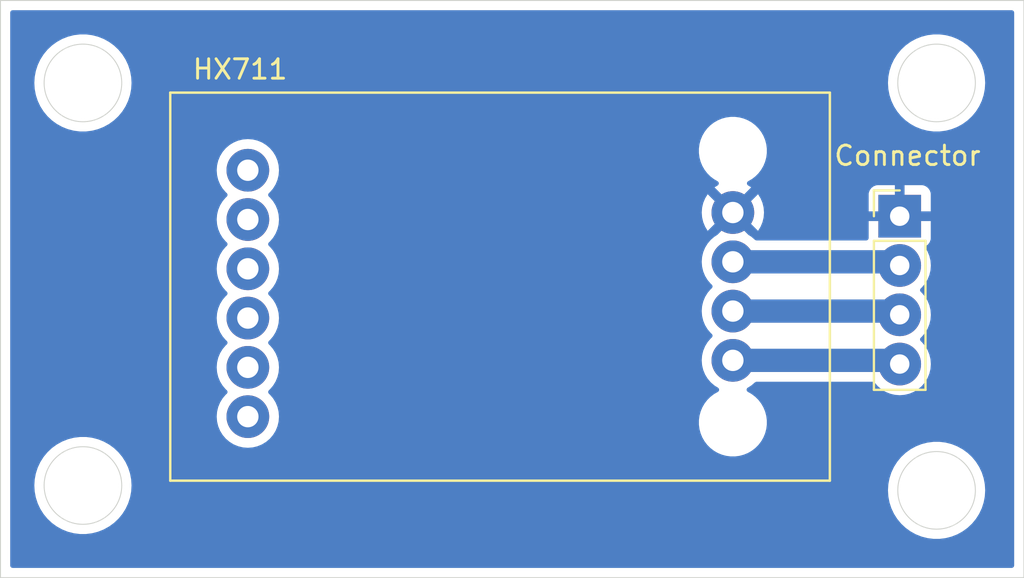
<source format=kicad_pcb>
(kicad_pcb (version 20240108) (generator "pcbnew") (generator_version "8.0")
  (layers (0 "F.Cu" signal) (31 "B.Cu" signal) (34 "B.Paste" user) (35 "F.Paste" user) (36 "B.SilkS" user "B.Silkscreen") (37 "F.SilkS" user "F.Silkscreen") (38 "B.Mask" user) (39 "F.Mask" user) (44 "Edge.Cuts" user))
  (net 0 "")
  (net 1 "+5V_Logic")
  (net 2 "HX711_Dat_Pin")
  (net 3 "GND")
  (net 4 "HX711_Clk_Pin")
  (net 5 "White_Wire_Load_Cell")
  (net 7 "Green_Wire_Load_Cell")
  (net 9 "Black_Wire_Load_Cell")
  (net 10 "Red_Wire_Load_Cell")
  (footprint "HX711_mod:HX711_module" (layer "F.Cu") (at 156.5 74)
    (property "Reference" "HX711" (at -13.4 -11.2 0) (layer "F.SilkS") (effects (font (size 1.000063 1.000063))))
    (property "Value" "HX711")
    (fp_line (start -17 -10) (end 17 -10) (stroke (width 0.127)) (layer "F.SilkS"))
    (fp_line (start -17 10) (end -17 -10) (stroke (width 0.127)) (layer "F.SilkS"))
    (fp_line (start 17 -10) (end 17 10) (stroke (width 0.127)) (layer "F.SilkS"))
    (fp_line (start 17 10) (end -17 10) (stroke (width 0.127)) (layer "F.SilkS"))
    (pad "" np_thru_hole circle (at 12 -7) (size 3 3) (drill 3) (layers "*.Cu" "*.Mask" "In1.Cu" "In2.Cu" "In3.Cu" "In4.Cu" "In5.Cu" "In6.Cu" "In7.Cu" "In8.Cu" "In9.Cu" "In10.Cu" "In11.Cu" "In12.Cu" "In13.Cu" "In14.Cu" "In15.Cu" "In16.Cu" "In17.Cu" "In18.Cu" "In19.Cu" "In20.Cu" "In21.Cu" "In22.Cu" "In23.Cu" "In24.Cu" "In25.Cu" "In26.Cu" "In27.Cu" "In28.Cu" "In29.Cu" "In30.Cu"))
    (pad "" np_thru_hole circle (at 12 7) (size 3 3) (drill 3) (layers "*.Cu" "*.Mask" "In1.Cu" "In2.Cu" "In3.Cu" "In4.Cu" "In5.Cu" "In6.Cu" "In7.Cu" "In8.Cu" "In9.Cu" "In10.Cu" "In11.Cu" "In12.Cu" "In13.Cu" "In14.Cu" "In15.Cu" "In16.Cu" "In17.Cu" "In18.Cu" "In19.Cu" "In20.Cu" "In21.Cu" "In22.Cu" "In23.Cu" "In24.Cu" "In25.Cu" "In26.Cu" "In27.Cu" "In28.Cu" "In29.Cu" "In30.Cu"))
    (pad "1" thru_hole circle (at -13 -6) (size 2.2 2.2) (drill 1.1) (layers "*.Cu" "*.Mask" "In1.Cu" "In2.Cu" "In3.Cu" "In4.Cu" "In5.Cu" "In6.Cu" "In7.Cu" "In8.Cu" "In9.Cu" "In10.Cu" "In11.Cu" "In12.Cu" "In13.Cu" "In14.Cu" "In15.Cu" "In16.Cu" "In17.Cu" "In18.Cu" "In19.Cu" "In20.Cu" "In21.Cu" "In22.Cu" "In23.Cu" "In24.Cu" "In25.Cu" "In26.Cu" "In27.Cu" "In28.Cu" "In29.Cu" "In30.Cu") (net 10 "Red_Wire_Load_Cell"))
    (pad "2" thru_hole circle (at -13 -3.46) (size 2.2 2.2) (drill 1.1) (layers "*.Cu" "*.Mask" "In1.Cu" "In2.Cu" "In3.Cu" "In4.Cu" "In5.Cu" "In6.Cu" "In7.Cu" "In8.Cu" "In9.Cu" "In10.Cu" "In11.Cu" "In12.Cu" "In13.Cu" "In14.Cu" "In15.Cu" "In16.Cu" "In17.Cu" "In18.Cu" "In19.Cu" "In20.Cu" "In21.Cu" "In22.Cu" "In23.Cu" "In24.Cu" "In25.Cu" "In26.Cu" "In27.Cu" "In28.Cu" "In29.Cu" "In30.Cu") (net 9 "Black_Wire_Load_Cell"))
    (pad "3" thru_hole circle (at -13 -0.92) (size 2.2 2.2) (drill 1.1) (layers "*.Cu" "*.Mask" "In1.Cu" "In2.Cu" "In3.Cu" "In4.Cu" "In5.Cu" "In6.Cu" "In7.Cu" "In8.Cu" "In9.Cu" "In10.Cu" "In11.Cu" "In12.Cu" "In13.Cu" "In14.Cu" "In15.Cu" "In16.Cu" "In17.Cu" "In18.Cu" "In19.Cu" "In20.Cu" "In21.Cu" "In22.Cu" "In23.Cu" "In24.Cu" "In25.Cu" "In26.Cu" "In27.Cu" "In28.Cu" "In29.Cu" "In30.Cu") (net 5 "White_Wire_Load_Cell"))
    (pad "4" thru_hole circle (at -13 1.62) (size 2.2 2.2) (drill 1.1) (layers "*.Cu" "*.Mask" "In1.Cu" "In2.Cu" "In3.Cu" "In4.Cu" "In5.Cu" "In6.Cu" "In7.Cu" "In8.Cu" "In9.Cu" "In10.Cu" "In11.Cu" "In12.Cu" "In13.Cu" "In14.Cu" "In15.Cu" "In16.Cu" "In17.Cu" "In18.Cu" "In19.Cu" "In20.Cu" "In21.Cu" "In22.Cu" "In23.Cu" "In24.Cu" "In25.Cu" "In26.Cu" "In27.Cu" "In28.Cu" "In29.Cu" "In30.Cu") (net 7 "Green_Wire_Load_Cell"))
    (pad "5" thru_hole circle (at -13 4.16) (size 2.2 2.2) (drill 1.1) (layers "*.Cu" "*.Mask" "In1.Cu" "In2.Cu" "In3.Cu" "In4.Cu" "In5.Cu" "In6.Cu" "In7.Cu" "In8.Cu" "In9.Cu" "In10.Cu" "In11.Cu" "In12.Cu" "In13.Cu" "In14.Cu" "In15.Cu" "In16.Cu" "In17.Cu" "In18.Cu" "In19.Cu" "In20.Cu" "In21.Cu" "In22.Cu" "In23.Cu" "In24.Cu" "In25.Cu" "In26.Cu" "In27.Cu" "In28.Cu" "In29.Cu" "In30.Cu"))
    (pad "6" thru_hole circle (at -13 6.7) (size 2.2 2.2) (drill 1.1) (layers "*.Cu" "*.Mask" "In1.Cu" "In2.Cu" "In3.Cu" "In4.Cu" "In5.Cu" "In6.Cu" "In7.Cu" "In8.Cu" "In9.Cu" "In10.Cu" "In11.Cu" "In12.Cu" "In13.Cu" "In14.Cu" "In15.Cu" "In16.Cu" "In17.Cu" "In18.Cu" "In19.Cu" "In20.Cu" "In21.Cu" "In22.Cu" "In23.Cu" "In24.Cu" "In25.Cu" "In26.Cu" "In27.Cu" "In28.Cu" "In29.Cu" "In30.Cu"))
    (pad "7" thru_hole circle (at 12 3.8) (size 2.2 2.2) (drill 1.1) (layers "*.Cu" "*.Mask" "In1.Cu" "In2.Cu" "In3.Cu" "In4.Cu" "In5.Cu" "In6.Cu" "In7.Cu" "In8.Cu" "In9.Cu" "In10.Cu" "In11.Cu" "In12.Cu" "In13.Cu" "In14.Cu" "In15.Cu" "In16.Cu" "In17.Cu" "In18.Cu" "In19.Cu" "In20.Cu" "In21.Cu" "In22.Cu" "In23.Cu" "In24.Cu" "In25.Cu" "In26.Cu" "In27.Cu" "In28.Cu" "In29.Cu" "In30.Cu") (net 1 "+5V_Logic"))
    (pad "8" thru_hole circle (at 12 1.26) (size 2.2 2.2) (drill 1.1) (layers "*.Cu" "*.Mask" "In1.Cu" "In2.Cu" "In3.Cu" "In4.Cu" "In5.Cu" "In6.Cu" "In7.Cu" "In8.Cu" "In9.Cu" "In10.Cu" "In11.Cu" "In12.Cu" "In13.Cu" "In14.Cu" "In15.Cu" "In16.Cu" "In17.Cu" "In18.Cu" "In19.Cu" "In20.Cu" "In21.Cu" "In22.Cu" "In23.Cu" "In24.Cu" "In25.Cu" "In26.Cu" "In27.Cu" "In28.Cu" "In29.Cu" "In30.Cu") (net 4 "HX711_Clk_Pin"))
    (pad "9" thru_hole circle (at 12 -1.28) (size 2.2 2.2) (drill 1.1) (layers "*.Cu" "*.Mask" "In1.Cu" "In2.Cu" "In3.Cu" "In4.Cu" "In5.Cu" "In6.Cu" "In7.Cu" "In8.Cu" "In9.Cu" "In10.Cu" "In11.Cu" "In12.Cu" "In13.Cu" "In14.Cu" "In15.Cu" "In16.Cu" "In17.Cu" "In18.Cu" "In19.Cu" "In20.Cu" "In21.Cu" "In22.Cu" "In23.Cu" "In24.Cu" "In25.Cu" "In26.Cu" "In27.Cu" "In28.Cu" "In29.Cu" "In30.Cu") (net 2 "HX711_Dat_Pin"))
    (pad "10" thru_hole circle (at 12 -3.82) (size 2.2 2.2) (drill 1.1) (layers "*.Cu" "*.Mask" "In1.Cu" "In2.Cu" "In3.Cu" "In4.Cu" "In5.Cu" "In6.Cu" "In7.Cu" "In8.Cu" "In9.Cu" "In10.Cu" "In11.Cu" "In12.Cu" "In13.Cu" "In14.Cu" "In15.Cu" "In16.Cu" "In17.Cu" "In18.Cu" "In19.Cu" "In20.Cu" "In21.Cu" "In22.Cu" "In23.Cu" "In24.Cu" "In25.Cu" "In26.Cu" "In27.Cu" "In28.Cu" "In29.Cu" "In30.Cu") (net 3 "GND"))
  )
  (footprint "Connector_PinHeader_2.54mm:PinHeader_1x04_P2.54mm_Vertical" (layer "F.Cu") (at 177.1 70.37)
    (property "Reference" "Connector" (at 0.4 -3.12 0) (layer "F.SilkS"))
    (property "Value" "Connector")
    (fp_line (start -1.33 -1.33) (end 0 -1.33) (stroke (width 0.12)) (layer "F.SilkS"))
    (fp_line (start -1.33 0) (end -1.33 -1.33) (stroke (width 0.12)) (layer "F.SilkS"))
    (fp_line (start -1.33 1.27) (end -1.33 8.95) (stroke (width 0.12)) (layer "F.SilkS"))
    (fp_line (start -1.33 1.27) (end 1.33 1.27) (stroke (width 0.12)) (layer "F.SilkS"))
    (fp_line (start -1.33 8.95) (end 1.33 8.95) (stroke (width 0.12)) (layer "F.SilkS"))
    (fp_line (start 1.33 1.27) (end 1.33 8.95) (stroke (width 0.12)) (layer "F.SilkS"))
    (pad "1" thru_hole rect (at 0 0) (size 2.2 2.2) (drill 1) (layers "*.Cu" "*.Mask" "In1.Cu" "In2.Cu" "In3.Cu" "In4.Cu" "In5.Cu" "In6.Cu" "In7.Cu" "In8.Cu" "In9.Cu" "In10.Cu" "In11.Cu" "In12.Cu" "In13.Cu" "In14.Cu" "In15.Cu" "In16.Cu" "In17.Cu" "In18.Cu" "In19.Cu" "In20.Cu" "In21.Cu" "In22.Cu" "In23.Cu" "In24.Cu" "In25.Cu" "In26.Cu" "In27.Cu" "In28.Cu" "In29.Cu" "In30.Cu") (net 3 "GND"))
    (pad "2" thru_hole oval (at 0 2.54) (size 2.2 2.2) (drill 1) (layers "*.Cu" "*.Mask" "In1.Cu" "In2.Cu" "In3.Cu" "In4.Cu" "In5.Cu" "In6.Cu" "In7.Cu" "In8.Cu" "In9.Cu" "In10.Cu" "In11.Cu" "In12.Cu" "In13.Cu" "In14.Cu" "In15.Cu" "In16.Cu" "In17.Cu" "In18.Cu" "In19.Cu" "In20.Cu" "In21.Cu" "In22.Cu" "In23.Cu" "In24.Cu" "In25.Cu" "In26.Cu" "In27.Cu" "In28.Cu" "In29.Cu" "In30.Cu") (net 2 "HX711_Dat_Pin"))
    (pad "3" thru_hole oval (at 0 5.08) (size 2.2 2.2) (drill 1) (layers "*.Cu" "*.Mask" "In1.Cu" "In2.Cu" "In3.Cu" "In4.Cu" "In5.Cu" "In6.Cu" "In7.Cu" "In8.Cu" "In9.Cu" "In10.Cu" "In11.Cu" "In12.Cu" "In13.Cu" "In14.Cu" "In15.Cu" "In16.Cu" "In17.Cu" "In18.Cu" "In19.Cu" "In20.Cu" "In21.Cu" "In22.Cu" "In23.Cu" "In24.Cu" "In25.Cu" "In26.Cu" "In27.Cu" "In28.Cu" "In29.Cu" "In30.Cu") (net 4 "HX711_Clk_Pin"))
    (pad "4" thru_hole oval (at 0 7.62) (size 2.2 2.2) (drill 1) (layers "*.Cu" "*.Mask" "In1.Cu" "In2.Cu" "In3.Cu" "In4.Cu" "In5.Cu" "In6.Cu" "In7.Cu" "In8.Cu" "In9.Cu" "In10.Cu" "In11.Cu" "In12.Cu" "In13.Cu" "In14.Cu" "In15.Cu" "In16.Cu" "In17.Cu" "In18.Cu" "In19.Cu" "In20.Cu" "In21.Cu" "In22.Cu" "In23.Cu" "In24.Cu" "In25.Cu" "In26.Cu" "In27.Cu" "In28.Cu" "In29.Cu" "In30.Cu") (net 1 "+5V_Logic"))
  )
  (gr_circle (center 135 63.5) (end 137 63.5) (stroke (width 0.05)) (fill none) (layer "Edge.Cuts"))
  (gr_rect (start 130.75 59.25) (end 183.5 89) (stroke (width 0.05)) (fill none) (layer "Edge.Cuts"))
  (gr_circle (center 179 63.5) (end 181 63.5) (stroke (width 0.05)) (fill none) (layer "Edge.Cuts"))
  (gr_circle (center 179 84.5) (end 181 84.5) (stroke (width 0.05)) (fill none) (layer "Edge.Cuts"))
  (gr_circle (center 135 84.25) (end 137 84.25) (stroke (width 0.05)) (fill none) (layer "Edge.Cuts"))
  (segment (start 174.41 77.71) (end 174.5 77.62) (width 0.2) (layer "B.Cu") (net 1))
  (segment (start 168.5 77.8) (end 176.91 77.8) (width 1.2) (layer "B.Cu") (net 1))
  (segment (start 176.91 77.8) (end 177.1 77.99) (width 1.2) (layer "B.Cu") (net 1))
  (segment (start 176.91 72.72) (end 177.1 72.91) (width 1.2) (layer "B.Cu") (net 2))
  (segment (start 168.5 72.72) (end 176.91 72.72) (width 1.2) (layer "B.Cu") (net 2))
  (segment (start 174.41 72.63) (end 174.5 72.54) (width 0.2) (layer "B.Cu") (net 2))
  (segment (start 174.41 70.09) (end 174.5 70) (width 0.2) (layer "B.Cu") (net 3))
  (segment (start 168.5 75.26) (end 176.91 75.26) (width 1.2) (layer "B.Cu") (net 4))
  (segment (start 174.41 75.17) (end 174.5 75.08) (width 0.2) (layer "B.Cu") (net 4))
  (segment (start 176.91 75.26) (end 177.1 75.45) (width 1.2) (layer "B.Cu") (net 4))
  (zone (net 3) (net_name "GND") (layer "B.Cu") (connect_pads (clearance 0.5)) (min_thickness 0.25) (fill yes (thermal_gap 0.5) (thermal_bridge_width 0.5))
    (polygon (pts (xy 130.75 89) (xy 130.75 59.25) (xy 183.5 59.25) (xy 183.5 89)))
  )
)
</source>
